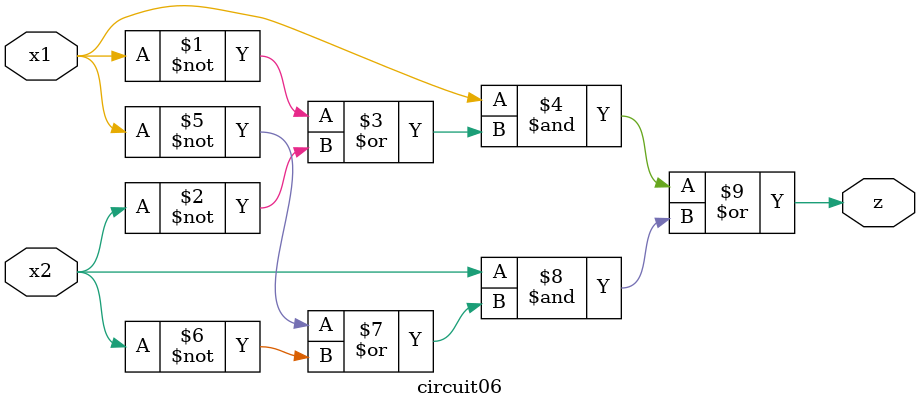
<source format=v>
module circuit06(x1, x2, z);
input x1, x2;
output z;

assign z = ( ( (x1) & ( (~x1 | ~x2) ) ) | ( (x2) & ( (~x1 | ~x2) ) ) );

endmodule

</source>
